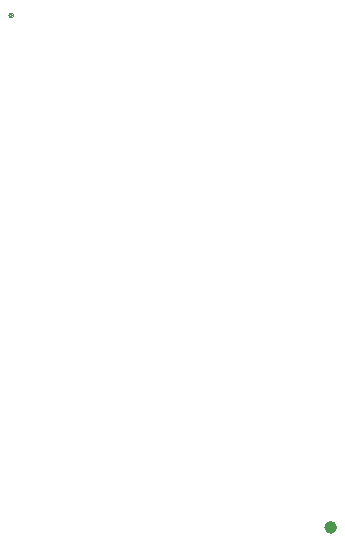
<source format=gbr>
G04 #@! TF.FileFunction,Glue,Top*
%FSLAX46Y46*%
G04 Gerber Fmt 4.6, Leading zero omitted, Abs format (unit mm)*
G04 Created by KiCad (PCBNEW 4.0.2-stable) date 10/05/17 15:07:02*
%MOMM*%
G01*
G04 APERTURE LIST*
%ADD10C,0.100000*%
%ADD11C,0.166667*%
%ADD12C,0.233333*%
%ADD13C,0.083333*%
%ADD14C,0.116667*%
G04 APERTURE END LIST*
D10*
X146050000Y-121700000D02*
G75*
G03X146050000Y-121700000I-500000J0D01*
G01*
D11*
X145966667Y-121700000D02*
G75*
G03X145966667Y-121700000I-416667J0D01*
G01*
X145816667Y-121700000D02*
G75*
G03X145816667Y-121700000I-266667J0D01*
G01*
D12*
X145666667Y-121700000D02*
G75*
G03X145666667Y-121700000I-116667J0D01*
G01*
D10*
X118650000Y-78350000D02*
G75*
G03X118650000Y-78350000I-150000J0D01*
G01*
D13*
X118708333Y-78350000D02*
G75*
G03X118708333Y-78350000I-208333J0D01*
G01*
X118650000Y-78350000D02*
G75*
G03X118650000Y-78350000I-150000J0D01*
G01*
D14*
X118558333Y-78350000D02*
G75*
G03X118558333Y-78350000I-58333J0D01*
G01*
M02*

</source>
